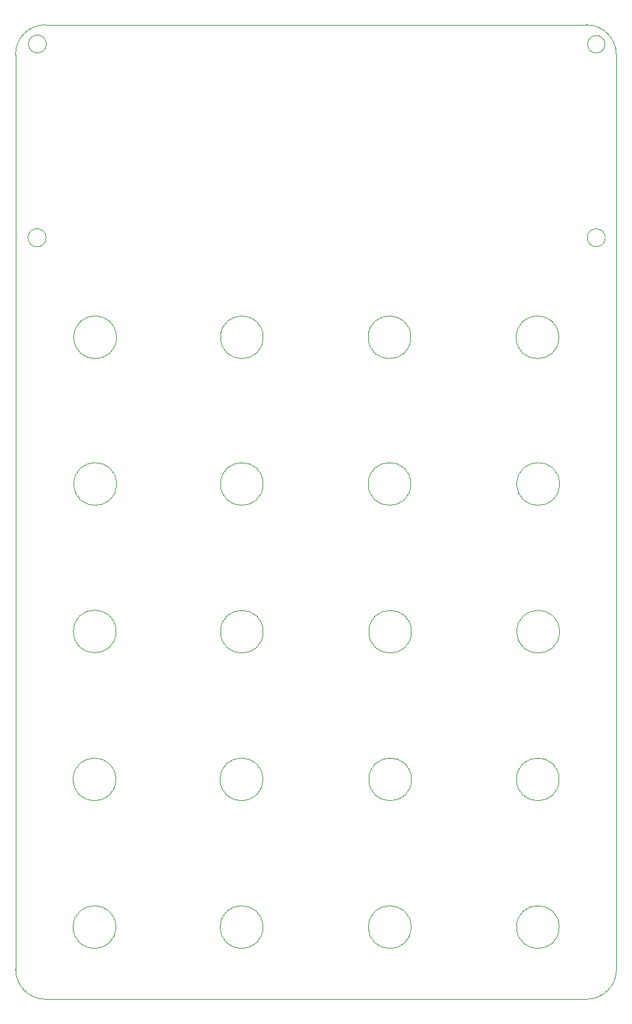
<source format=gbr>
%TF.GenerationSoftware,KiCad,Pcbnew,8.0.5-8.0.5-0~ubuntu22.04.1*%
%TF.CreationDate,2024-11-26T13:49:24+00:00*%
%TF.ProjectId,numcalcium,6e756d63-616c-4636-9975-6d2e6b696361,rev?*%
%TF.SameCoordinates,Original*%
%TF.FileFunction,Profile,NP*%
%FSLAX46Y46*%
G04 Gerber Fmt 4.6, Leading zero omitted, Abs format (unit mm)*
G04 Created by KiCad (PCBNEW 8.0.5-8.0.5-0~ubuntu22.04.1) date 2024-11-26 13:49:24*
%MOMM*%
%LPD*%
G01*
G04 APERTURE LIST*
%TA.AperFunction,Profile*%
%ADD10C,0.100000*%
%TD*%
G04 APERTURE END LIST*
D10*
X75572554Y6465630D02*
G75*
G02*
X73275808Y6465630I-1148373J0D01*
G01*
X73275808Y6465630D02*
G75*
G02*
X75572554Y6465630I1148373J0D01*
G01*
X77032523Y-87893600D02*
G75*
G02*
X73169969Y-91756131I-3862615J84D01*
G01*
X-490031Y-87893600D02*
X-509754Y30071846D01*
X3440621Y6469089D02*
G75*
G02*
X1111795Y6469089I-1164413J0D01*
G01*
X1111795Y6469089D02*
G75*
G02*
X3440621Y6469089I1164413J0D01*
G01*
X3468657Y31453476D02*
G75*
G02*
X1180343Y31453476I-1144157J0D01*
G01*
X1180343Y31453476D02*
G75*
G02*
X3468657Y31453476I1144157J0D01*
G01*
X73150246Y33934400D02*
X3352800Y33934400D01*
X77012800Y30071846D02*
X77032523Y-87893600D01*
X73169969Y-91756154D02*
X3372523Y-91756154D01*
X-509754Y30071846D02*
G75*
G02*
X3352800Y33934400I3862554J0D01*
G01*
X3372523Y-91756154D02*
G75*
G02*
X-490030Y-87893600I5J3862558D01*
G01*
X75550165Y31423216D02*
G75*
G02*
X73303645Y31423216I-1123260J0D01*
G01*
X73303645Y31423216D02*
G75*
G02*
X75550165Y31423216I1123260J0D01*
G01*
X73150246Y33934400D02*
G75*
G02*
X77012724Y30071846I-38J-3862516D01*
G01*
%TO.C,SW15*%
X50500246Y-25300154D02*
G75*
G02*
X45000246Y-25300154I-2750000J0D01*
G01*
X45000246Y-25300154D02*
G75*
G02*
X50500246Y-25300154I2750000J0D01*
G01*
%TO.C,SW6*%
X31405246Y-63399154D02*
G75*
G02*
X25905246Y-63399154I-2750000J0D01*
G01*
X25905246Y-63399154D02*
G75*
G02*
X31405246Y-63399154I2750000J0D01*
G01*
%TO.C,SW1*%
X12440246Y-82450154D02*
G75*
G02*
X6940246Y-82450154I-2750000J0D01*
G01*
X6940246Y-82450154D02*
G75*
G02*
X12440246Y-82450154I2750000J0D01*
G01*
%TO.C,SW16*%
X69677246Y-25300154D02*
G75*
G02*
X64177246Y-25300154I-2750000J0D01*
G01*
X64177246Y-25300154D02*
G75*
G02*
X69677246Y-25300154I2750000J0D01*
G01*
%TO.C,SW18*%
X31450246Y-6377154D02*
G75*
G02*
X25950246Y-6377154I-2750000J0D01*
G01*
X25950246Y-6377154D02*
G75*
G02*
X31450246Y-6377154I2750000J0D01*
G01*
%TO.C,SW17*%
X12527246Y-6377154D02*
G75*
G02*
X7027246Y-6377154I-2750000J0D01*
G01*
X7027246Y-6377154D02*
G75*
G02*
X12527246Y-6377154I2750000J0D01*
G01*
%TO.C,SW14*%
X31450246Y-25300154D02*
G75*
G02*
X25950246Y-25300154I-2750000J0D01*
G01*
X25950246Y-25300154D02*
G75*
G02*
X31450246Y-25300154I2750000J0D01*
G01*
%TO.C,SW10*%
X31450246Y-44349154D02*
G75*
G02*
X25950246Y-44349154I-2750000J0D01*
G01*
X25950246Y-44349154D02*
G75*
G02*
X31450246Y-44349154I2750000J0D01*
G01*
%TO.C,SW3*%
X50540246Y-82450154D02*
G75*
G02*
X45040246Y-82450154I-2750000J0D01*
G01*
X45040246Y-82450154D02*
G75*
G02*
X50540246Y-82450154I2750000J0D01*
G01*
%TO.C,SW20*%
X69590246Y-6377154D02*
G75*
G02*
X64090246Y-6377154I-2750000J0D01*
G01*
X64090246Y-6377154D02*
G75*
G02*
X69590246Y-6377154I2750000J0D01*
G01*
%TO.C,SW2*%
X31417246Y-82450154D02*
G75*
G02*
X25917246Y-82450154I-2750000J0D01*
G01*
X25917246Y-82450154D02*
G75*
G02*
X31417246Y-82450154I2750000J0D01*
G01*
%TO.C,SW9*%
X12467246Y-44315154D02*
G75*
G02*
X6967246Y-44315154I-2750000J0D01*
G01*
X6967246Y-44315154D02*
G75*
G02*
X12467246Y-44315154I2750000J0D01*
G01*
%TO.C,SW4*%
X69644246Y-82450154D02*
G75*
G02*
X64144246Y-82450154I-2750000J0D01*
G01*
X64144246Y-82450154D02*
G75*
G02*
X69644246Y-82450154I2750000J0D01*
G01*
%TO.C,SW11*%
X50582246Y-44349154D02*
G75*
G02*
X45082246Y-44349154I-2750000J0D01*
G01*
X45082246Y-44349154D02*
G75*
G02*
X50582246Y-44349154I2750000J0D01*
G01*
%TO.C,SW13*%
X12527246Y-25300154D02*
G75*
G02*
X7027246Y-25300154I-2750000J0D01*
G01*
X7027246Y-25300154D02*
G75*
G02*
X12527246Y-25300154I2750000J0D01*
G01*
%TO.C,SW5*%
X12440246Y-63400154D02*
G75*
G02*
X6940246Y-63400154I-2750000J0D01*
G01*
X6940246Y-63400154D02*
G75*
G02*
X12440246Y-63400154I2750000J0D01*
G01*
%TO.C,SW19*%
X50500246Y-6377154D02*
G75*
G02*
X45000246Y-6377154I-2750000J0D01*
G01*
X45000246Y-6377154D02*
G75*
G02*
X50500246Y-6377154I2750000J0D01*
G01*
%TO.C,SW8*%
X69632246Y-63399154D02*
G75*
G02*
X64132246Y-63399154I-2750000J0D01*
G01*
X64132246Y-63399154D02*
G75*
G02*
X69632246Y-63399154I2750000J0D01*
G01*
%TO.C,SW7*%
X50582246Y-63399154D02*
G75*
G02*
X45082246Y-63399154I-2750000J0D01*
G01*
X45082246Y-63399154D02*
G75*
G02*
X50582246Y-63399154I2750000J0D01*
G01*
%TO.C,SW12*%
X69677246Y-44350154D02*
G75*
G02*
X64177246Y-44350154I-2750000J0D01*
G01*
X64177246Y-44350154D02*
G75*
G02*
X69677246Y-44350154I2750000J0D01*
G01*
%TD*%
M02*

</source>
